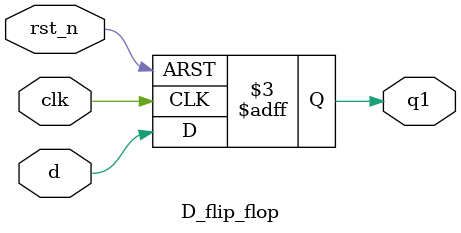
<source format=v>
module D_flip_flop(input d,clk,rst_n,output reg q1);

always@(posedge  clk or negedge rst_n)begin
	if(!rst_n)
		q1<=0;
	else
		q1<=d;
end
endmodule



</source>
